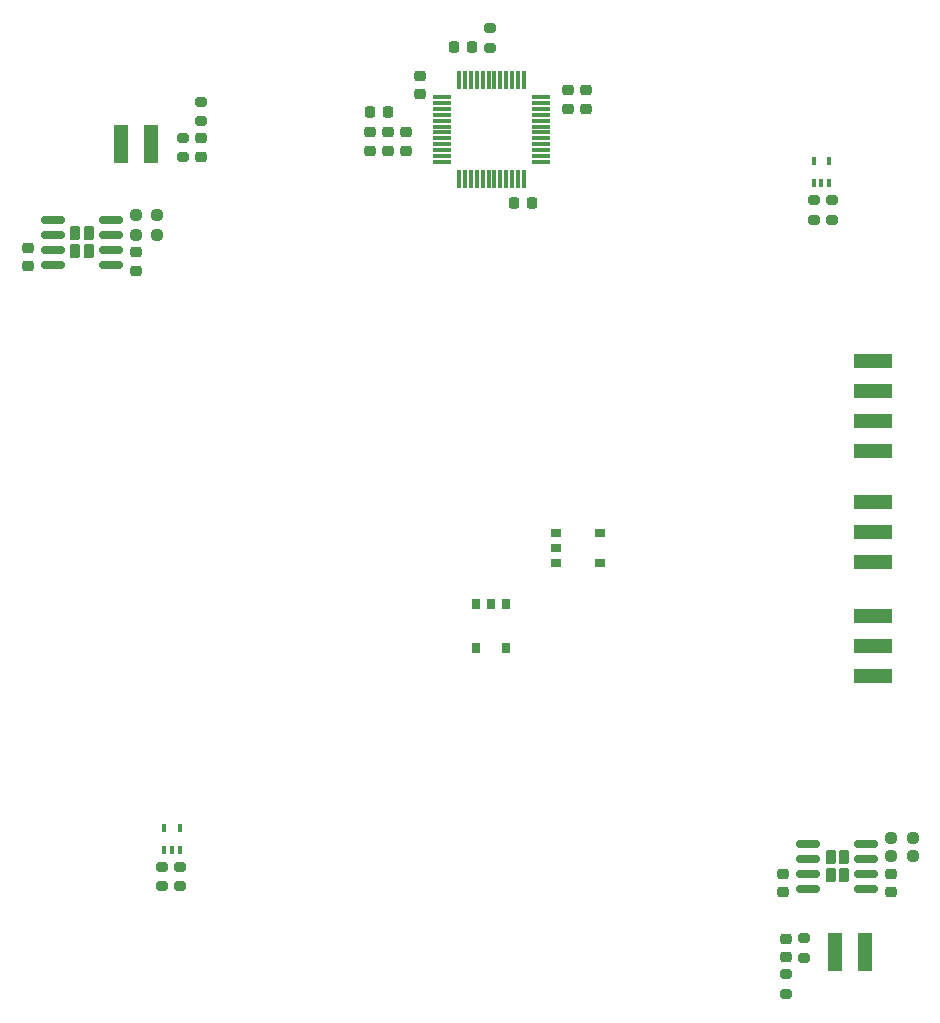
<source format=gtp>
%TF.GenerationSoftware,KiCad,Pcbnew,(6.0.7-1)-1*%
%TF.CreationDate,2023-05-01T11:39:35-04:00*%
%TF.ProjectId,antenna-db,616e7465-6e6e-4612-9d64-622e6b696361,rev?*%
%TF.SameCoordinates,Original*%
%TF.FileFunction,Paste,Top*%
%TF.FilePolarity,Positive*%
%FSLAX46Y46*%
G04 Gerber Fmt 4.6, Leading zero omitted, Abs format (unit mm)*
G04 Created by KiCad (PCBNEW (6.0.7-1)-1) date 2023-05-01 11:39:35*
%MOMM*%
%LPD*%
G01*
G04 APERTURE LIST*
G04 Aperture macros list*
%AMRoundRect*
0 Rectangle with rounded corners*
0 $1 Rounding radius*
0 $2 $3 $4 $5 $6 $7 $8 $9 X,Y pos of 4 corners*
0 Add a 4 corners polygon primitive as box body*
4,1,4,$2,$3,$4,$5,$6,$7,$8,$9,$2,$3,0*
0 Add four circle primitives for the rounded corners*
1,1,$1+$1,$2,$3*
1,1,$1+$1,$4,$5*
1,1,$1+$1,$6,$7*
1,1,$1+$1,$8,$9*
0 Add four rect primitives between the rounded corners*
20,1,$1+$1,$2,$3,$4,$5,0*
20,1,$1+$1,$4,$5,$6,$7,0*
20,1,$1+$1,$6,$7,$8,$9,0*
20,1,$1+$1,$8,$9,$2,$3,0*%
G04 Aperture macros list end*
%ADD10RoundRect,0.033000X-0.117000X0.747000X-0.117000X-0.747000X0.117000X-0.747000X0.117000X0.747000X0*%
%ADD11RoundRect,0.033000X0.747000X0.117000X-0.747000X0.117000X-0.747000X-0.117000X0.747000X-0.117000X0*%
%ADD12RoundRect,0.033000X0.117000X-0.747000X0.117000X0.747000X-0.117000X0.747000X-0.117000X-0.747000X0*%
%ADD13RoundRect,0.033000X-0.747000X-0.117000X0.747000X-0.117000X0.747000X0.117000X-0.747000X0.117000X0*%
%ADD14R,3.180000X1.270000*%
%ADD15R,1.270000X3.180000*%
%ADD16RoundRect,0.225000X0.250000X-0.225000X0.250000X0.225000X-0.250000X0.225000X-0.250000X-0.225000X0*%
%ADD17RoundRect,0.225000X0.225000X0.250000X-0.225000X0.250000X-0.225000X-0.250000X0.225000X-0.250000X0*%
%ADD18RoundRect,0.225000X-0.225000X-0.250000X0.225000X-0.250000X0.225000X0.250000X-0.225000X0.250000X0*%
%ADD19RoundRect,0.218750X0.256250X-0.218750X0.256250X0.218750X-0.256250X0.218750X-0.256250X-0.218750X0*%
%ADD20RoundRect,0.200000X0.275000X-0.200000X0.275000X0.200000X-0.275000X0.200000X-0.275000X-0.200000X0*%
%ADD21RoundRect,0.225000X-0.250000X0.225000X-0.250000X-0.225000X0.250000X-0.225000X0.250000X0.225000X0*%
%ADD22R,0.889000X0.711200*%
%ADD23RoundRect,0.218750X-0.256250X0.218750X-0.256250X-0.218750X0.256250X-0.218750X0.256250X0.218750X0*%
%ADD24R,0.711200X0.889000*%
%ADD25RoundRect,0.230000X-0.230000X-0.375000X0.230000X-0.375000X0.230000X0.375000X-0.230000X0.375000X0*%
%ADD26RoundRect,0.150000X-0.825000X-0.150000X0.825000X-0.150000X0.825000X0.150000X-0.825000X0.150000X0*%
%ADD27R,0.400000X0.650000*%
%ADD28RoundRect,0.237500X0.250000X0.237500X-0.250000X0.237500X-0.250000X-0.237500X0.250000X-0.237500X0*%
%ADD29RoundRect,0.200000X-0.275000X0.200000X-0.275000X-0.200000X0.275000X-0.200000X0.275000X0.200000X0*%
%ADD30RoundRect,0.237500X-0.250000X-0.237500X0.250000X-0.237500X0.250000X0.237500X-0.250000X0.237500X0*%
G04 APERTURE END LIST*
D10*
X154095000Y-55764000D03*
X154595000Y-55764000D03*
X155095000Y-55764000D03*
X155595000Y-55764000D03*
X156095000Y-55764000D03*
X156595000Y-55764000D03*
X157095000Y-55764000D03*
X157595000Y-55764000D03*
X158095000Y-55764000D03*
X158595000Y-55764000D03*
X159095000Y-55764000D03*
X159595000Y-55764000D03*
D11*
X161025000Y-57194000D03*
X161025000Y-57694000D03*
X161025000Y-58194000D03*
X161025000Y-58694000D03*
X161025000Y-59194000D03*
X161025000Y-59694000D03*
X161025000Y-60194000D03*
X161025000Y-60694000D03*
X161025000Y-61194000D03*
X161025000Y-61694000D03*
X161025000Y-62194000D03*
X161025000Y-62694000D03*
D12*
X159595000Y-64124000D03*
X159095000Y-64124000D03*
X158595000Y-64124000D03*
X158095000Y-64124000D03*
X157595000Y-64124000D03*
X157095000Y-64124000D03*
X156595000Y-64124000D03*
X156095000Y-64124000D03*
X155595000Y-64124000D03*
X155095000Y-64124000D03*
X154595000Y-64124000D03*
X154095000Y-64124000D03*
D13*
X152665000Y-62694000D03*
X152665000Y-62194000D03*
X152665000Y-61694000D03*
X152665000Y-61194000D03*
X152665000Y-60694000D03*
X152665000Y-60194000D03*
X152665000Y-59694000D03*
X152665000Y-59194000D03*
X152665000Y-58694000D03*
X152665000Y-58194000D03*
X152665000Y-57694000D03*
X152665000Y-57194000D03*
D14*
X189157000Y-96520000D03*
X189157000Y-93980000D03*
X189157000Y-91440000D03*
D15*
X188468000Y-129594000D03*
X185928000Y-129594000D03*
X125476000Y-61153000D03*
X128016000Y-61153000D03*
D14*
X189157000Y-79502000D03*
X189157000Y-82042000D03*
X189157000Y-84582000D03*
X189157000Y-87122000D03*
X189157000Y-101092000D03*
X189157000Y-103632000D03*
X189157000Y-106172000D03*
D16*
X150774400Y-56959800D03*
X150774400Y-55409800D03*
D17*
X160287000Y-66167000D03*
X158737000Y-66167000D03*
D18*
X153644000Y-52972000D03*
X155194000Y-52972000D03*
D19*
X148082000Y-61734500D03*
X148082000Y-60159500D03*
D20*
X130429000Y-124015000D03*
X130429000Y-122365000D03*
X128905000Y-124015000D03*
X128905000Y-122365000D03*
X185648600Y-67563000D03*
X185648600Y-65913000D03*
X184124600Y-67563000D03*
X184124600Y-65913000D03*
D21*
X146558000Y-60172000D03*
X146558000Y-61722000D03*
D16*
X149606000Y-61722000D03*
X149606000Y-60172000D03*
D21*
X163322000Y-56629000D03*
X163322000Y-58179000D03*
X164846000Y-56629000D03*
X164846000Y-58179000D03*
D22*
X166027100Y-96672400D03*
X166027100Y-94132400D03*
X162344100Y-94132400D03*
X162344100Y-95402400D03*
X162344100Y-96672400D03*
D20*
X156705000Y-53035000D03*
X156705000Y-51385000D03*
D23*
X181737000Y-128467000D03*
X181737000Y-130042000D03*
D16*
X117602000Y-69964000D03*
X117602000Y-71514000D03*
X126746000Y-70345000D03*
X126746000Y-71895000D03*
D24*
X155549600Y-100139500D03*
X156819600Y-100139500D03*
X158089600Y-100139500D03*
X158089600Y-103822500D03*
X155549600Y-103822500D03*
D25*
X121604000Y-70219000D03*
X122744000Y-70219000D03*
X122744000Y-68719000D03*
X121604000Y-68719000D03*
D26*
X119699000Y-67564000D03*
X119699000Y-68834000D03*
X119699000Y-70104000D03*
X119699000Y-71374000D03*
X124649000Y-71374000D03*
X124649000Y-70104000D03*
X124649000Y-68834000D03*
X124649000Y-67564000D03*
D27*
X184109600Y-64513000D03*
X184759600Y-64513000D03*
X185409600Y-64513000D03*
X185409600Y-62613000D03*
X184109600Y-62613000D03*
D16*
X190689000Y-124485000D03*
X190689000Y-122935000D03*
D28*
X192490500Y-121424000D03*
X190665500Y-121424000D03*
D29*
X181737000Y-133127500D03*
X181737000Y-131477500D03*
D17*
X148095000Y-58420000D03*
X146545000Y-58420000D03*
D19*
X132207000Y-62255500D03*
X132207000Y-60680500D03*
D25*
X186687000Y-123063000D03*
X185547000Y-121563000D03*
X185547000Y-123063000D03*
X186687000Y-121563000D03*
D26*
X183642000Y-120408000D03*
X183642000Y-121678000D03*
X183642000Y-122948000D03*
X183642000Y-124218000D03*
X188592000Y-124218000D03*
X188592000Y-122948000D03*
X188592000Y-121678000D03*
X188592000Y-120408000D03*
D30*
X128547500Y-67183000D03*
X126722500Y-67183000D03*
D29*
X183261000Y-128429500D03*
X183261000Y-130079500D03*
D16*
X181545000Y-124485000D03*
X181545000Y-122935000D03*
D20*
X130683000Y-62293000D03*
X130683000Y-60643000D03*
D28*
X126722500Y-68834000D03*
X128547500Y-68834000D03*
D27*
X129144000Y-120965000D03*
X129794000Y-120965000D03*
X130444000Y-120965000D03*
X130444000Y-119065000D03*
X129144000Y-119065000D03*
D20*
X132207000Y-59245000D03*
X132207000Y-57595000D03*
D30*
X190665500Y-119900000D03*
X192490500Y-119900000D03*
M02*

</source>
